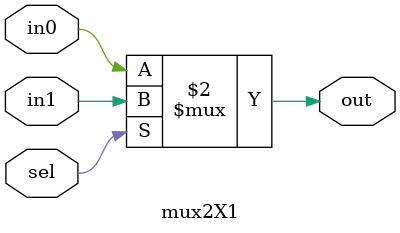
<source format=v>

module mux2X1 (
    in0,
    in1,
    sel,
    out
);
  input in0, in1;
  input sel;
  output out;
  reg out; 

  always @ * begin
   out = (sel) ? in1 : in0;
  end
endmodule
</source>
